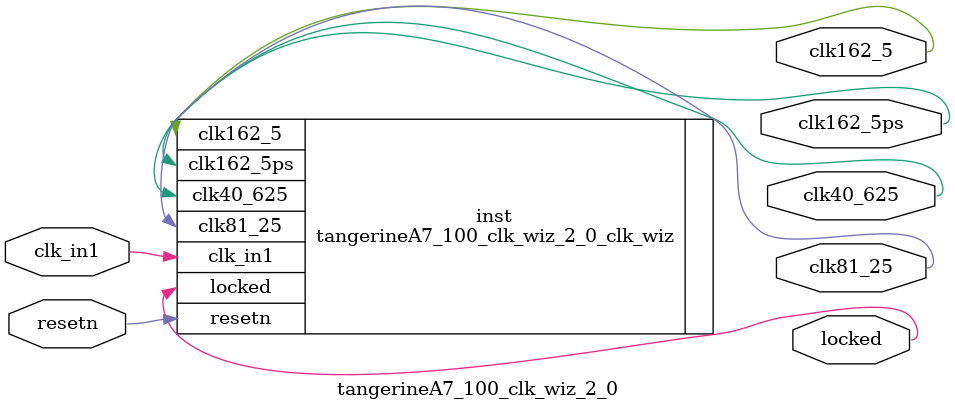
<source format=v>


`timescale 1ps/1ps

(* CORE_GENERATION_INFO = "tangerineA7_100_clk_wiz_2_0,clk_wiz_v6_0_12_0_0,{component_name=tangerineA7_100_clk_wiz_2_0,use_phase_alignment=true,use_min_o_jitter=false,use_max_i_jitter=false,use_dyn_phase_shift=false,use_inclk_switchover=false,use_dyn_reconfig=false,enable_axi=0,feedback_source=FDBK_AUTO,PRIMITIVE=MMCM,num_out_clk=4,clkin1_period=12.308,clkin2_period=10.000,use_power_down=false,use_reset=true,use_locked=true,use_inclk_stopped=false,feedback_type=SINGLE,CLOCK_MGR_TYPE=NA,manual_override=false}" *)

module tangerineA7_100_clk_wiz_2_0 
 (
  // Clock out ports
  output        clk162_5,
  output        clk81_25,
  output        clk162_5ps,
  output        clk40_625,
  // Status and control signals
  input         resetn,
  output        locked,
 // Clock in ports
  input         clk_in1
 );

  tangerineA7_100_clk_wiz_2_0_clk_wiz inst
  (
  // Clock out ports  
  .clk162_5(clk162_5),
  .clk81_25(clk81_25),
  .clk162_5ps(clk162_5ps),
  .clk40_625(clk40_625),
  // Status and control signals               
  .resetn(resetn), 
  .locked(locked),
 // Clock in ports
  .clk_in1(clk_in1)
  );

endmodule

</source>
